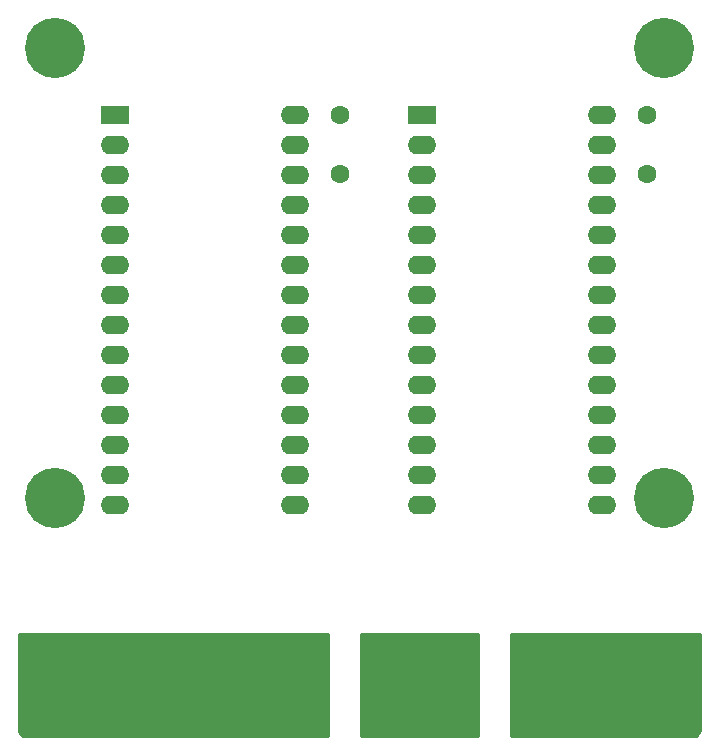
<source format=gbs>
%TF.GenerationSoftware,KiCad,Pcbnew,(5.1.8)-1*%
%TF.CreationDate,2021-03-23T23:26:20+01:00*%
%TF.ProjectId,ZX Cartridge 2021,5a582043-6172-4747-9269-646765203230,rev?*%
%TF.SameCoordinates,Original*%
%TF.FileFunction,Soldermask,Bot*%
%TF.FilePolarity,Negative*%
%FSLAX46Y46*%
G04 Gerber Fmt 4.6, Leading zero omitted, Abs format (unit mm)*
G04 Created by KiCad (PCBNEW (5.1.8)-1) date 2021-03-23 23:26:20*
%MOMM*%
%LPD*%
G01*
G04 APERTURE LIST*
%ADD10R,1.500000X8.000000*%
%ADD11C,1.600000*%
%ADD12R,2.400000X1.600000*%
%ADD13O,2.400000X1.600000*%
%ADD14C,5.100000*%
%ADD15C,0.254000*%
%ADD16C,0.100000*%
G04 APERTURE END LIST*
D10*
%TO.C,J1*%
X175895000Y-116078000D03*
X173355000Y-116078000D03*
X170815000Y-116078000D03*
X168275000Y-116078000D03*
X165735000Y-116078000D03*
X163195000Y-116078000D03*
X158115000Y-116078000D03*
X155575000Y-116078000D03*
X153035000Y-116078000D03*
X150495000Y-116078000D03*
X145415000Y-116078000D03*
X142875000Y-116078000D03*
X140335000Y-116078000D03*
X137795000Y-116078000D03*
X135255000Y-116078000D03*
X132715000Y-116078000D03*
X130175000Y-116078000D03*
X127635000Y-116078000D03*
X125095000Y-116078000D03*
X175895000Y-116078000D03*
X173355000Y-116078000D03*
X170815000Y-116078000D03*
X168275000Y-116078000D03*
X165735000Y-116078000D03*
X163195000Y-116078000D03*
X158115000Y-116078000D03*
X155575000Y-116078000D03*
X153035000Y-116078000D03*
X150495000Y-116078000D03*
X145415000Y-116078000D03*
X142875000Y-116078000D03*
X140335000Y-116078000D03*
X137795000Y-116078000D03*
X135255000Y-116078000D03*
X132715000Y-116078000D03*
X130175000Y-116078000D03*
X127635000Y-116078000D03*
X125095000Y-116078000D03*
X122555000Y-116078000D03*
X122555000Y-116078000D03*
%TD*%
D11*
%TO.C,C1*%
X147574000Y-67945000D03*
X147574000Y-72945000D03*
%TD*%
D12*
%TO.C,U1*%
X128524000Y-67945000D03*
D13*
X143764000Y-100965000D03*
X128524000Y-70485000D03*
X143764000Y-98425000D03*
X128524000Y-73025000D03*
X143764000Y-95885000D03*
X128524000Y-75565000D03*
X143764000Y-93345000D03*
X128524000Y-78105000D03*
X143764000Y-90805000D03*
X128524000Y-80645000D03*
X143764000Y-88265000D03*
X128524000Y-83185000D03*
X143764000Y-85725000D03*
X128524000Y-85725000D03*
X143764000Y-83185000D03*
X128524000Y-88265000D03*
X143764000Y-80645000D03*
X128524000Y-90805000D03*
X143764000Y-78105000D03*
X128524000Y-93345000D03*
X143764000Y-75565000D03*
X128524000Y-95885000D03*
X143764000Y-73025000D03*
X128524000Y-98425000D03*
X143764000Y-70485000D03*
X128524000Y-100965000D03*
X143764000Y-67945000D03*
%TD*%
D14*
%TO.C,M1*%
X123444000Y-100330000D03*
%TD*%
%TO.C,M2*%
X175011000Y-100330000D03*
%TD*%
%TO.C,M3*%
X175011000Y-62230000D03*
%TD*%
%TO.C,M4*%
X123444000Y-62230000D03*
%TD*%
D11*
%TO.C,C2*%
X173609000Y-67945000D03*
X173609000Y-72945000D03*
%TD*%
D12*
%TO.C,U2*%
X154559000Y-67945000D03*
D13*
X169799000Y-100965000D03*
X154559000Y-70485000D03*
X169799000Y-98425000D03*
X154559000Y-73025000D03*
X169799000Y-95885000D03*
X154559000Y-75565000D03*
X169799000Y-93345000D03*
X154559000Y-78105000D03*
X169799000Y-90805000D03*
X154559000Y-80645000D03*
X169799000Y-88265000D03*
X154559000Y-83185000D03*
X169799000Y-85725000D03*
X154559000Y-85725000D03*
X169799000Y-83185000D03*
X154559000Y-88265000D03*
X169799000Y-80645000D03*
X154559000Y-90805000D03*
X169799000Y-78105000D03*
X154559000Y-93345000D03*
X169799000Y-75565000D03*
X154559000Y-95885000D03*
X169799000Y-73025000D03*
X154559000Y-98425000D03*
X169799000Y-70485000D03*
X154559000Y-100965000D03*
X169799000Y-67945000D03*
%TD*%
D15*
X146558000Y-120396000D02*
X146538665Y-120493202D01*
X146501783Y-120548400D01*
X120850803Y-120548400D01*
X120720541Y-120478773D01*
X120566580Y-120352420D01*
X120440227Y-120198459D01*
X120370600Y-120068197D01*
X120370600Y-111887000D01*
X146558000Y-111887000D01*
X146558000Y-120396000D01*
D16*
G36*
X146558000Y-120396000D02*
G01*
X146538665Y-120493202D01*
X146501783Y-120548400D01*
X120850803Y-120548400D01*
X120720541Y-120478773D01*
X120566580Y-120352420D01*
X120440227Y-120198459D01*
X120370600Y-120068197D01*
X120370600Y-111887000D01*
X146558000Y-111887000D01*
X146558000Y-120396000D01*
G37*
D15*
X159258000Y-120396000D02*
X159238665Y-120493202D01*
X159201783Y-120548400D01*
X149408217Y-120548400D01*
X149371335Y-120493202D01*
X149352000Y-120396000D01*
X149352000Y-111887000D01*
X159258000Y-111887000D01*
X159258000Y-120396000D01*
D16*
G36*
X159258000Y-120396000D02*
G01*
X159238665Y-120493202D01*
X159201783Y-120548400D01*
X149408217Y-120548400D01*
X149371335Y-120493202D01*
X149352000Y-120396000D01*
X149352000Y-111887000D01*
X159258000Y-111887000D01*
X159258000Y-120396000D01*
G37*
D15*
X178079400Y-120068197D02*
X178009773Y-120198459D01*
X177883420Y-120352420D01*
X177729459Y-120478773D01*
X177599197Y-120548400D01*
X162108217Y-120548400D01*
X162071335Y-120493202D01*
X162052000Y-120396000D01*
X162052000Y-111887000D01*
X178079400Y-111887000D01*
X178079400Y-120068197D01*
D16*
G36*
X178079400Y-120068197D02*
G01*
X178009773Y-120198459D01*
X177883420Y-120352420D01*
X177729459Y-120478773D01*
X177599197Y-120548400D01*
X162108217Y-120548400D01*
X162071335Y-120493202D01*
X162052000Y-120396000D01*
X162052000Y-111887000D01*
X178079400Y-111887000D01*
X178079400Y-120068197D01*
G37*
M02*

</source>
